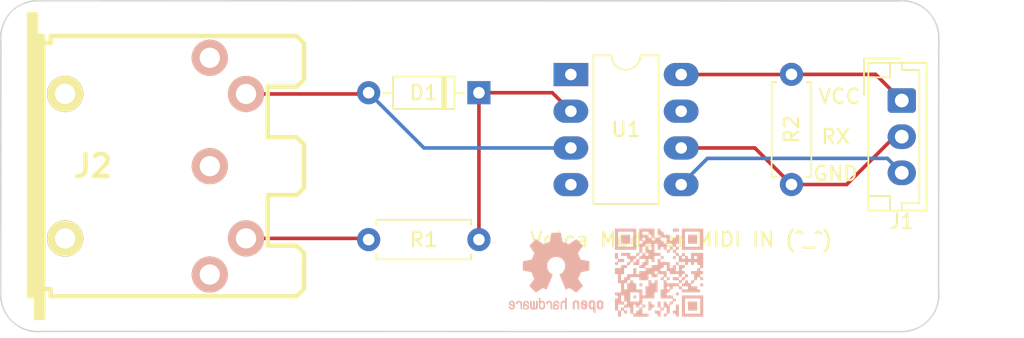
<source format=kicad_pcb>
(kicad_pcb (version 20211014) (generator pcbnew)
  (layers (0 "F.Cu" signal) (31 "B.Cu" signal) (34 "B.Paste" user) (35 "F.Paste" user) (36 "B.SilkS" user "B.Silkscreen") (37 "F.SilkS" user "F.Silkscreen") (38 "B.Mask" user) (39 "F.Mask" user) (44 "Edge.Cuts" user))
  (net 0 "")
  (net 1 "Net-(D1-Pad1)")
  (net 2 "Net-(D1-Pad2)")
  (net 3 "RX")
  (net 4 "VCC")
  (net 5 "GND")
  (net 7 "Net-(J2-Pad4)")
  (footprint "MountingHole:MountingHole_2.2mm_M2" (layer "F.Cu") (at 136.144 78.994)
    (fp_text reference "REF**" hide)
    (fp_text value "MountingHole_2.2mm_M2")
    (pad "" np_thru_hole circle (at 0 0) (size 2.2 2.2) (drill 2.2) (layers *.Cu *.Mask))
  )
  (footprint "Resistor_THT:R_Axial_DIN0207_L6.3mm_D2.5mm_P7.62mm_Horizontal" (layer "F.Cu") (at 129.54 64.77 -90)
    (fp_text reference "R2" (at 3.81 0 90) (layer "F.SilkS"))
    (fp_text value "270")
    (pad "1" thru_hole circle (at 0 0 270) (size 1.6 1.6) (drill 0.8) (layers *.Cu *.Mask) (net 4 "VCC"))
    (pad "2" thru_hole oval (at 7.62 0 270) (size 1.6 1.6) (drill 0.8) (layers *.Cu *.Mask) (net 3 "RX"))
  )
  (footprint "Connector_JST:JST_EH_B3B-EH-A_1x03_P2.50mm_Vertical" (layer "F.Cu") (at 137.16 66.58 -90)
    (fp_text reference "J1" (at 8.35 0 180) (layer "F.SilkS"))
    (fp_text value "Conn_01x03_Female")
    (pad "1" thru_hole roundrect (at 0 0 270) (size 1.7 1.95) (drill 0.95) (layers *.Cu *.Mask) (roundrect_rratio 0.147059) (net 4 "VCC"))
    (pad "2" thru_hole oval (at 2.5 0 270) (size 1.7 1.95) (drill 0.95) (layers *.Cu *.Mask) (net 3 "RX"))
    (pad "3" thru_hole oval (at 5 0 270) (size 1.7 1.95) (drill 0.95) (layers *.Cu *.Mask) (net 5 "GND"))
  )
  (footprint "Resistor_THT:R_Axial_DIN0207_L6.3mm_D2.5mm_P7.62mm_Horizontal" (layer "F.Cu") (at 107.95 76.2 180)
    (fp_text reference "R1" (at 3.81 0) (layer "F.SilkS"))
    (fp_text value "220")
    (pad "1" thru_hole circle (at 0 0 180) (size 1.6 1.6) (drill 0.8) (layers *.Cu *.Mask) (net 1 "Net-(D1-Pad1)"))
    (pad "2" thru_hole oval (at 7.62 0 180) (size 1.6 1.6) (drill 0.8) (layers *.Cu *.Mask) (net 7 "Net-(J2-Pad4)"))
  )
  (footprint "eurocad:MIDI_DIN5" (layer "F.Cu") (at 86.36 71.12 -90)
    (fp_text reference "J2" (at 0 5.08 180) (layer "F.SilkS") (effects (font (size 1.524 1.524) (thickness 0.3048))))
    (fp_text value "MIDI_IN" hide)
    (pad "" np_thru_hole circle locked (at -5.00126 6.9977 270) (size 2.49936 2.49936) (drill 1.397) (layers *.Cu *.Mask "F.SilkS"))
    (pad "" np_thru_hole circle locked (at 5.00126 6.9977 270) (size 2.49936 2.49936) (drill 1.397) (layers *.Cu *.Mask "F.SilkS"))
    (pad "1" thru_hole circle locked (at 7.49808 -2.9972 270) (size 2.49936 2.49936) (drill 1.397) (layers *.Cu *.SilkS *.Mask))
    (pad "2" thru_hole circle locked (at 0 -2.99974 270) (size 2.49936 2.49936) (drill 1.397) (layers *.Cu *.SilkS *.Mask))
    (pad "3" thru_hole circle locked (at -7.49808 -2.9972 270) (size 2.49936 2.49936) (drill 1.397) (layers *.Cu *.SilkS *.Mask))
    (pad "4" thru_hole circle locked (at 4.99618 -5.4991 270) (size 2.49936 2.49936) (drill 1.397) (layers *.Cu *.SilkS *.Mask) (net 7 "Net-(J2-Pad4)"))
    (pad "5" thru_hole circle locked (at -4.99618 -5.4991 270) (size 2.49936 2.49936) (drill 1.397) (layers *.Cu *.SilkS *.Mask) (net 2 "Net-(D1-Pad2)"))
  )
  (footprint "Package_DIP:DIP-8_W7.62mm_LongPads" (layer "F.Cu") (at 114.3 64.78)
    (fp_text reference "U1" (at 3.81 3.8) (layer "F.SilkS"))
    (fp_text value "6N137")
    (pad "1" thru_hole rect (at 0 0) (size 2.4 1.6) (drill 0.8) (layers *.Cu *.Mask))
    (pad "2" thru_hole oval (at 0 2.54) (size 2.4 1.6) (drill 0.8) (layers *.Cu *.Mask) (net 1 "Net-(D1-Pad1)"))
    (pad "3" thru_hole oval (at 0 5.08) (size 2.4 1.6) (drill 0.8) (layers *.Cu *.Mask) (net 2 "Net-(D1-Pad2)"))
    (pad "4" thru_hole oval (at 0 7.62) (size 2.4 1.6) (drill 0.8) (layers *.Cu *.Mask))
    (pad "5" thru_hole oval (at 7.62 7.62) (size 2.4 1.6) (drill 0.8) (layers *.Cu *.Mask) (net 5 "GND"))
    (pad "6" thru_hole oval (at 7.62 5.08) (size 2.4 1.6) (drill 0.8) (layers *.Cu *.Mask) (net 3 "RX"))
    (pad "7" thru_hole oval (at 7.62 2.54) (size 2.4 1.6) (drill 0.8) (layers *.Cu *.Mask))
    (pad "8" thru_hole oval (at 7.62 0) (size 2.4 1.6) (drill 0.8) (layers *.Cu *.Mask) (net 4 "VCC"))
  )
  (footprint "Diode_THT:D_DO-35_SOD27_P7.62mm_Horizontal" (layer "F.Cu") (at 107.95 66.04 180)
    (fp_text reference "D1" (at 3.81 0) (layer "F.SilkS"))
    (fp_text value "1N4148")
    (pad "1" thru_hole rect (at 0 0 180) (size 1.6 1.6) (drill 0.8) (layers *.Cu *.Mask) (net 1 "Net-(D1-Pad1)"))
    (pad "2" thru_hole oval (at 7.62 0 180) (size 1.6 1.6) (drill 0.8) (layers *.Cu *.Mask) (net 2 "Net-(D1-Pad2)"))
  )
  (footprint "MountingHole:MountingHole_2.2mm_M2" (layer "F.Cu") (at 99.568 71.12)
    (fp_text reference "REF**" hide)
    (fp_text value "MountingHole_2.2mm_M2")
    (pad "" np_thru_hole circle (at 0 0) (size 2.2 2.2) (drill 2.2) (layers *.Cu *.Mask))
  )
  (footprint "VolcaMidiUrl:volcaMidiProjUrl" (layer "B.Cu") (at 120.396 78.486 180)
    (fp_text reference " " hide)
    (fp_text value " " hide)
  )
  (footprint "Symbol:OSHW-Logo2_7.3x6mm_SilkScreen" (layer "B.Cu") (at 113.284 78.486 180)
    (fp_text reference " " hide)
    (fp_text value "OSHW-Logo2_7.3x6mm_SilkScreen" hide)
  )
  (gr_line (start 77.47 59.674175) (end 136.876019 59.69) (layer "Edge.Cuts") (width 0.1))
  (gr_line (start 74.914175 80.009998) (end 74.93 62.513981) (layer "Edge.Cuts") (width 0.1))
  (gr_arc (start 74.93 62.513981) (mid 75.564999 60.526116) (end 77.47 59.674175) (layer "Edge.Cuts") (width 0.1))
  (gr_line (start 139.699999 79.726018) (end 139.715825 62.23) (layer "Edge.Cuts") (width 0.1))
  (gr_arc (start 139.699999 79.726018) (mid 139.065 81.713883) (end 137.159999 82.565824) (layer "Edge.Cuts") (width 0.1))
  (gr_arc (start 77.753981 82.549998) (mid 75.766116 81.914999) (end 74.914175 80.009998) (layer "Edge.Cuts") (width 0.1))
  (gr_arc (start 136.876019 59.69) (mid 138.863884 60.324999) (end 139.715825 62.23) (layer "Edge.Cuts") (width 0.1))
  (gr_line (start 137.159999 82.565824) (end 77.753981 82.549998) (layer "Edge.Cuts") (width 0.1))
  (gr_text "VCC" (at 132.842 66.294) (layer "F.SilkS") (effects (font (size 1 1))))
  (gr_text "Volca Modular MIDI IN (^_^)" (at 121.92 76.2) (layer "F.SilkS") (effects (font (size 1 1))))
  (gr_text "GND" (at 132.588 71.628) (layer "F.SilkS") (effects (font (size 1 1))))
  (gr_text "RX" (at 132.588 69.088) (layer "F.SilkS") (effects (font (size 1 1))))
  (segment (start 107.95 76.2) (end 107.95 66.04) (width 0.25) (layer "F.Cu") (net 1))
  (segment (start 113.02 66.04) (end 114.3 67.32) (width 0.25) (layer "F.Cu") (net 1))
  (segment (start 107.95 66.04) (end 113.02 66.04) (width 0.25) (layer "F.Cu") (net 1))
  (segment (start 100.24618 66.12382) (end 100.33 66.04) (width 0.25) (layer "F.Cu") (net 2))
  (segment (start 91.8591 66.12382) (end 100.24618 66.12382) (width 0.25) (layer "F.Cu") (net 2))
  (segment (start 104.15 69.86) (end 114.3 69.86) (width 0.25) (layer "B.Cu") (net 2))
  (segment (start 100.33 66.04) (end 104.15 69.86) (width 0.25) (layer "B.Cu") (net 2))
  (segment (start 121.92 69.86) (end 127.01 69.86) (width 0.25) (layer "F.Cu") (net 3))
  (segment (start 133.35 72.39) (end 137.16 68.58) (width 0.25) (layer "F.Cu") (net 3))
  (segment (start 129.54 72.39) (end 133.35 72.39) (width 0.25) (layer "F.Cu") (net 3))
  (segment (start 127.01 69.86) (end 129.54 72.39) (width 0.25) (layer "F.Cu") (net 3))
  (segment (start 129.54 64.77) (end 135.35 64.77) (width 0.25) (layer "F.Cu") (net 4))
  (segment (start 129.53 64.78) (end 129.54 64.77) (width 0.25) (layer "F.Cu") (net 4))
  (segment (start 121.92 64.78) (end 129.53 64.78) (width 0.25) (layer "F.Cu") (net 4))
  (segment (start 135.35 64.77) (end 137.16 66.58) (width 0.25) (layer "F.Cu") (net 4))
  (segment (start 136.16 70.58) (end 137.16 71.58) (width 0.25) (layer "B.Cu") (net 5))
  (segment (start 123.74 70.58) (end 136.16 70.58) (width 0.25) (layer "B.Cu") (net 5))
  (segment (start 121.92 72.4) (end 123.74 70.58) (width 0.25) (layer "B.Cu") (net 5))
  (segment (start 100.24618 76.11618) (end 100.33 76.2) (width 0.25) (layer "F.Cu") (net 7))
  (segment (start 91.8591 76.11618) (end 100.24618 76.11618) (width 0.25) (layer "F.Cu") (net 7))
)
</source>
